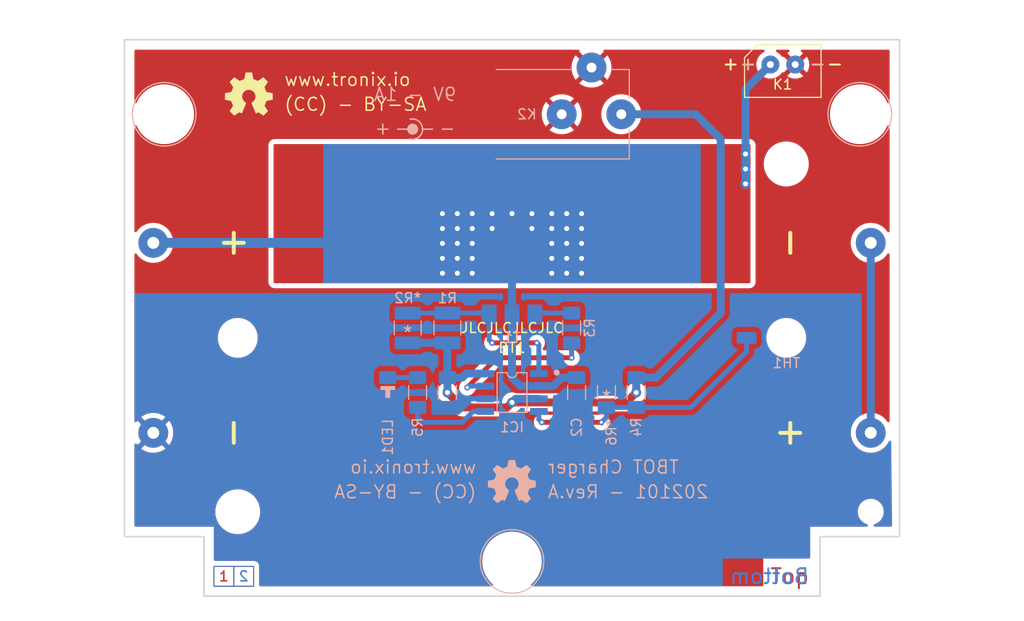
<source format=kicad_pcb>
(kicad_pcb (version 20210126) (generator pcbnew)
  (layers (0 "F.Cu" signal) (31 "B.Cu" signal) (34 "B.Paste" user) (35 "F.Paste" user) (36 "B.SilkS" user "B.Silkscreen") (37 "F.SilkS" user "F.Silkscreen") (38 "B.Mask" user) (39 "F.Mask" user) (44 "Edge.Cuts" user))
  (net 0 "")
  (net 1 "GND")
  (net 2 "Net-(IC1-Pad7)")
  (net 3 "Net-(IC1-Pad5)")
  (net 4 "Net-(*R2-Pad2)")
  (net 5 "Net-(*R6-Pad2)")
  (net 6 "Net-(LED1-Pad2)")
  (net 7 "Net-(R3-Pad2)")
  (net 8 "Net-(BT1-Pad1)")
  (net 9 "VCC")
  (net 10 "VBAT")
  (footprint "tronixALL:KEYSTONE-1049" (layer "F.Cu") (at 139 74 90)
    (fp_text reference "BT1" (at -1 0) (layer "F.SilkS"))
    (fp_text value "18650")
    (fp_line (start -9.56 29) (end -9.56 27) (layer "F.SilkS") (width 0.4))
    (fp_line (start 9.56 -27) (end 9.56 -29) (layer "F.SilkS") (width 0.4))
    (fp_line (start -10.56 -28) (end -8.56 -28) (layer "F.SilkS") (width 0.4))
    (fp_line (start 8.56 28) (end 10.56 28) (layer "F.SilkS") (width 0.4))
    (fp_line (start -10.56 28) (end -8.56 28) (layer "F.SilkS") (width 0.4))
    (fp_line (start 8.56 -28) (end 10.56 -28) (layer "F.SilkS") (width 0.4))
    (pad "" np_thru_hole circle (at 17.5 27.6 90) (size 3.5 3.5) (drill 3.5) (layers F&B.Cu *.Mask))
    (pad "" np_thru_hole circle (at 0 27.6 90) (size 3 3) (drill 3) (layers F&B.Cu *.Mask))
    (pad "" np_thru_hole circle (at 0 -27.6 90) (size 3 3) (drill 3) (layers F&B.Cu *.Mask))
    (pad "" np_thru_hole circle (at -17.5 36.1 90) (size 1.6 1.6) (drill 1.6) (layers F&B.Cu *.Mask))
    (pad "" np_thru_hole circle (at -17.5 -27.6 90) (size 3.5 3.5) (drill 3.5) (layers F&B.Cu *.Mask))
    (pad "1" thru_hole circle (at 9.56 36.1 90) (size 3 3) (drill 1.2) (layers *.Cu *.Mask) (net 8 "Net-(BT1-Pad1)"))
    (pad "2" thru_hole circle (at 9.56 -36.1 90) (size 3 3) (drill 1.2) (layers *.Cu *.Mask) (net 10 "VBAT"))
    (pad "3" thru_hole circle (at -9.56 -36.1 90) (size 3 3) (drill 1.2) (layers *.Cu *.Mask) (net 1 "GND"))
    (pad "4" thru_hole circle (at -9.56 36.1 90) (size 3 3) (drill 1.2) (layers *.Cu *.Mask) (net 8 "Net-(BT1-Pad1)"))
  )
  (footprint "tronixALL:OSHW-5MM" (layer "F.Cu") (at 112.5 49.5)
    (fp_text reference "G***" hide)
    (fp_text value "LOGO" hide)
    (fp_poly (pts (xy 0.112503 -2.205305) (xy 0.188585 -2.204991) (xy 0.245175 -2.204139) (xy 0.285349 -2.202485) (xy 0.312183 -2.19976) (xy 0.328754 -2.195697) (xy 0.338137 -2.190029) (xy 0.343407 -2.182489) (xy 0.346067 -2.176502) (xy 0.351819 -2.155872) (xy 0.361219 -2.114019) (xy 0.373445 -2.054971) (xy 0.387673 -1.982754) (xy 0.403082 -1.901397) (xy 0.410766 -1.859685) (xy 0.426304 -1.776128) (xy 0.440921 -1.700487) (xy 0.453831 -1.636607) (xy 0.464245 -1.58833) (xy 0.471376 -1.559501) (xy 0.473495 -1.553524) (xy 0.487624 -1.543829) (xy 0.520987 -1.52669) (xy 0.568967 -1.504087) (xy 0.626948 -1.477998) (xy 0.690314 -1.450405) (xy 0.754449 -1.423285) (xy 0.814737 -1.398618) (xy 0.866561 -1.378383) (xy 0.905305 -1.36456) (xy 0.926354 -1.359128) (xy 0.92691 -1.359112) (xy 0.941518 -1.366107) (xy 0.97411 -1.385773) (xy 1.021624 -1.416127) (xy 1.080997 -1.455189) (xy 1.149167 -1.500978) (xy 1.204337 -1.538617) (xy 1.276991 -1.58813) (xy 1.343025 -1.632413) (xy 1.399403 -1.669487) (xy 1.443088 -1.697374) (xy 1.471043 -1.714097) (xy 1.47988 -1.718122) (xy 1.493641 -1.709282) (xy 1.521915 -1.684807) (xy 1.561669 -1.647768) (xy 1.609873 -1.601234) (xy 1.663495 -1.548276) (xy 1.719505 -1.491962) (xy 1.774871 -1.435363) (xy 1.826562 -1.381549) (xy 1.871548 -1.33359) (xy 1.906797 -1.294555) (xy 1.929278 -1.267514) (xy 1.936093 -1.256075) (xy 1.930212 -1.239792) (xy 1.912193 -1.207543) (xy 1.881475 -1.158462) (xy 1.837495 -1.091686) (xy 1.779689 -1.00635) (xy 1.707495 -0.901591) (xy 1.671879 -0.850344) (xy 1.638824 -0.80126) (xy 1.612148 -0.758563) (xy 1.594893 -0.727324) (xy 1.589904 -0.713655) (xy 1.594754 -0.697334) (xy 1.608013 -0.662128) (xy 1.62775 -0.612617) (xy 1.652031 -0.55338) (xy 1.678922 -0.488996) (xy 1.706491 -0.424047) (xy 1.732803 -0.363111) (xy 1.755927 -0.310768) (xy 1.773928 -0.271598) (xy 1.784874 -0.25018) (xy 1.786526 -0.247868) (xy 1.800495 -0.243726) (xy 1.836105 -0.235699) (xy 1.889773 -0.224522) (xy 1.957915 -0.210929) (xy 2.036948 -0.195656) (xy 2.090365 -0.185568) (xy 2.175183 -0.169544) (xy 2.252099 -0.15474) (xy 2.317349 -0.141901) (xy 2.367173 -0.131773) (xy 2.397809 -0.125104) (xy 2.405431 -0.123066) (xy 2.411063 -0.116814) (xy 2.415426 -0.101095) (xy 2.418668 -0.073197) (xy 2.420933 -0.030409) (xy 2.422366 0.02998) (xy 2.423114 0.110684) (xy 2.423321 0.210293) (xy 2.423202 0.310587) (xy 2.422711 0.388201) (xy 2.421649 0.446096) (xy 2.419816 0.487237) (xy 2.417013 0.514584) (xy 2.41304 0.531101) (xy 2.407697 0.53975) (xy 2.400883 0.543466) (xy 2.378661 0.548625) (xy 2.338314 0.556746) (xy 2.286985 0.566415) (xy 2.263049 0.570744) (xy 2.127407 0.595376) (xy 2.016332 0.616479) (xy 1.929018 0.634225) (xy 1.864656 0.64879) (xy 1.82244 0.660347) (xy 1.801562 0.66907) (xy 1.79987 0.670496) (xy 1.791465 0.686078) (xy 1.775685 0.720992) (xy 1.754362 0.770707) (xy 1.729327 0.830694) (xy 1.702414 0.896422) (xy 1.675454 0.96336) (xy 1.650281 1.026979) (xy 1.628726 1.082748) (xy 1.612622 1.126137) (xy 1.603801 1.152615) (xy 1.602692 1.157988) (xy 1.610028 1.172767) (xy 1.63143 1.207108) (xy 1.666036 1.259722) (xy 1.712983 1.329322) (xy 1.771408 1.414621) (xy 1.840447 1.51433) (xy 1.867654 1.553391) (xy 1.897811 1.599113) (xy 1.921185 1.639288) (xy 1.934376 1.667841) (xy 1.936093 1.675677) (xy 1.927103 1.692014) (xy 1.901418 1.723855) (xy 1.860965 1.769075) (xy 1.807672 1.82555) (xy 1.743466 1.891154) (xy 1.71296 1.921664) (xy 1.643302 1.990709) (xy 1.589314 2.043494) (xy 1.548612 2.081971) (xy 1.518813 2.108091) (xy 1.497532 2.123805) (xy 1.482386 2.131066) (xy 1.470991 2.131825) (xy 1.460964 2.128033) (xy 1.460917 2.128008) (xy 1.441892 2.116253) (xy 1.405419 2.09234) (xy 1.355138 2.058707) (xy 1.294686 2.017792) (xy 1.227702 1.972033) (xy 1.210483 1.960205) (xy 1.143557 1.914694) (xy 1.083189 1.874607) (xy 1.032748 1.842104) (xy 0.995605 1.819344) (xy 0.975129 1.808488) (xy 0.972784 1.807875) (xy 0.955044 1.813477) (xy 0.920428 1.82855) (xy 0.874685 1.850498) (xy 0.843591 1.866246) (xy 0.794692 1.890329) (xy 0.754091 1.908142) (xy 0.727189 1.917434) (xy 0.719661 1.917874) (xy 0.71184 1.904564) (xy 0.695873 1.87093) (xy 0.673276 1.820398) (xy 0.645566 1.756397) (xy 0.614262 1.682354) (xy 0.595951 1.638326) (xy 0.555205 1.539832) (xy 0.509885 1.430374) (xy 0.463588 1.318629) (xy 0.419909 1.213275) (xy 0.382617 1.123407) (xy 0.352192 1.049365) (xy 0.325466 0.982847) (xy 0.303922 0.927668) (xy 0.289044 0.887646) (xy 0.282318 0.866596) (xy 0.28208 0.86489) (xy 0.291868 0.850064) (xy 0.317767 0.825757) (xy 0.354572 0.796754) (xy 0.362216 0.791216) (xy 0.47362 0.699405) (xy 0.560778 0.600114) (xy 0.624272 0.492284) (xy 0.664684 0.374854) (xy 0.682594 0.246763) (xy 0.683668 0.205149) (xy 0.672966 0.079705) (xy 0.639876 -0.035509) (xy 0.583362 -0.143051) (xy 0.502387 -0.245478) (xy 0.500128 -0.247901) (xy 0.404266 -0.332655) (xy 0.297367 -0.395917) (xy 0.182586 -0.437559) (xy 0.063074 -0.45745) (xy -0.058015 -0.455461) (xy -0.177529 -0.431461) (xy -0.292317 -0.38532) (xy -0.399224 -0.316909) (xy -0.435557 -0.286461) (xy -0.524789 -0.19034) (xy -0.590858 -0.083248) (xy -0.63358 0.034398) (xy -0.65277 0.162186) (xy -0.653912 0.203806) (xy -0.64477 0.331905) (xy -0.616397 0.446756) (xy -0.567372 0.551025) (xy -0.496276 0.647379) (xy -0.401689 0.738486) (xy -0.345898 0.782346) (xy -0.305473 0.814275) (xy -0.274554 0.84243) (xy -0.257973 0.862253) (xy -0.256436 0.866724) (xy -0.261189 0.882472) (xy -0.274692 0.919019) (xy -0.295811 0.973504) (xy -0.323413 1.043065) (xy -0.356365 1.124837) (xy -0.393532 1.21596) (xy -0.424781 1.291835) (xy -0.466473 1.392714) (xy -0.506757 1.490316) (xy -0.54414 1.581016) (xy -0.57713 1.661187) (xy -0.604234 1.727202) (xy -0.623959 1.775436) (xy -0.631922 1.795053) (xy -0.656173 1.85428) (xy -0.675445 1.89208) (xy -0.695005 1.910535) (xy -0.720119 1.911726) (xy -0.756055 1.897735) (xy -0.80808 1.870643) (xy -0.814523 1.867212) (xy -0.863833 1.841835) (xy -0.905672 1.821875) (xy -0.934272 1.810004) (xy -0.942679 1.807875) (xy -0.957624 1.814831) (xy -0.990452 1.834339) (xy -1.037961 1.864353) (xy -1.096948 1.902829) (xy -1.164211 1.947723) (xy -1.20379 1.974558) (xy -1.273782 2.022017) (xy -1.336742 2.064219) (xy -1.389581 2.099132) (xy -1.429212 2.124728) (xy -1.452547 2.138976) (xy -1.457362 2.141242) (xy -1.468597 2.132572) (xy -1.495354 2.108206) (xy -1.53505 2.070611) (xy -1.585104 2.022252) (xy -1.642932 1.965596) (xy -1.688443 1.920545) (xy -1.754363 1.854061) (xy -1.811428 1.794627) (xy -1.857492 1.744605) (xy -1.890411 1.706358) (xy -1.908038 1.682247) (xy -1.910449 1.676115) (xy -1.903342 1.656709) (xy -1.88402 1.621725) (xy -1.855484 1.576225) (xy -1.822794 1.528185) (xy -1.761853 1.44109) (xy -1.706889 1.361082) (xy -1.659529 1.29063) (xy -1.621397 1.232204) (xy -1.594118 1.188276) (xy -1.579316 1.161316) (xy -1.577082 1.154608) (xy -1.581837 1.136716) (xy -1.594857 1.099854) (xy -1.614275 1.048609) (xy -1.638222 0.987568) (xy -1.664831 0.921316) (xy -1.692235 0.854442) (xy -1.718566 0.791531) (xy -1.741957 0.737171) (xy -1.76054 0.695948) (xy -1.772447 0.672449) (xy -1.774702 0.66925) (xy -1.791569 0.66222) (xy -1.829891 0.651729) (xy -1.885847 0.638647) (xy -1.955617 0.623842) (xy -2.035381 0.608183) (xy -2.07828 0.60022) (xy -2.161621 0.584627) (xy -2.236906 0.569745) (xy -2.300315 0.556391) (xy -2.348033 0.545387) (xy -2.37624 0.537551) (xy -2.381867 0.535051) (xy -2.387099 0.524908) (xy -2.390991 0.502231) (xy -2.393638 0.46456) (xy -2.395134 0.409435) (xy -2.395573 0.334397) (xy -2.39505 0.236985) (xy -2.394689 0.200194) (xy -2.391267 -0.121807) (xy -2.282282 -0.143659) (xy -2.229898 -0.153965) (xy -2.160108 -0.167419) (xy -2.080727 -0.182526) (xy -1.999569 -0.197795) (xy -1.970053 -0.203298) (xy -1.900658 -0.216734) (xy -1.840162 -0.229455) (xy -1.793065 -0.240437) (xy -1.763866 -0.248652) (xy -1.756665 -0.251967) (xy -1.746988 -0.268752) (xy -1.729936 -0.304533) (xy -1.707477 -0.354612) (xy -1.681582 -0.414291) (xy -1.654218 -0.478872) (xy -1.627353 -0.543658) (xy -1.602957 -0.60395) (xy -1.582998 -0.65505) (xy -1.569445 -0.692261) (xy -1.564266 -0.710885) (xy -1.564261 -0.711124) (xy -1.571273 -0.727773) (xy -1.590937 -0.762151) (xy -1.621195 -0.810982) (xy -1.659988 -0.870991) (xy -1.705259 -0.938901) (xy -1.732615 -0.979077) (xy -1.780965 -1.050145) (xy -1.82446 -1.115201) (xy -1.860949 -1.170937) (xy -1.888284 -1.214046) (xy -1.904314 -1.24122) (xy -1.907531 -1.248169) (xy -1.904717 -1.261112) (xy -1.890381 -1.283286) (xy -1.863069 -1.316351) (xy -1.821325 -1.361969) (xy -1.763692 -1.421801) (xy -1.691232 -1.494988) (xy -1.628982 -1.55669) (xy -1.572135 -1.611849) (xy -1.523344 -1.657988) (xy -1.485263 -1.692627) (xy -1.460542 -1.713289) (xy -1.452414 -1.718122) (xy -1.437782 -1.711105) (xy -1.405251 -1.6914) (xy -1.357928 -1.661025) (xy -1.298923 -1.621998) (xy -1.231343 -1.576338) (xy -1.183018 -1.543181) (xy -1.111112 -1.493886) (xy -1.04544 -1.44951) (xy -0.989183 -1.41215) (xy -0.945519 -1.383901) (xy -0.917627 -1.36686) (xy -0.90944 -1.362781) (xy -0.891885 -1.365776) (xy -0.855505 -1.377082) (xy -0.805012 -1.394838) (xy -0.745121 -1.417183) (xy -0.680546 -1.442257) (xy -0.616001 -1.468199) (xy -0.5562 -1.493147) (xy -0.505857 -1.515243) (xy -0.469686 -1.532623) (xy -0.45278 -1.543038) (xy -0.446293 -1.559308) (xy -0.436108 -1.597206) (xy -0.423041 -1.653118) (xy -0.407909 -1.723429) (xy -0.391528 -1.804525) (xy -0.378917 -1.870225) (xy -0.362481 -1.956759) (xy -0.347254 -2.035011) (xy -0.333961 -2.101421) (xy -0.323321 -2.152432) (xy -0.316058 -2.184486) (xy -0.31324 -2.193976) (xy -0.299005 -2.197095) (xy -0.262664 -2.199887) (xy -0.207755 -2.20223) (xy -0.137813 -2.204) (xy -0.056376 -2.205075) (xy 0.013853 -2.205351)) (layer "F.SilkS") (width 0) (fill solid))
  )
  (footprint "tronixALL:MOLEX-5267-02" (layer "F.Cu") (at 167.5 46.5)
    (fp_text reference "K1" (at -1.27 2) (layer "F.SilkS"))
    (fp_text value "Battery")
    (fp_line (start 2.6 -2) (end -3.8 -2) (layer "F.SilkS") (width 0.12))
    (fp_line (start 2.6 3.3) (end 2.6 -2) (layer "F.SilkS") (width 0.12))
    (fp_line (start -5.1 -0.7) (end -5.1 3.3) (layer "F.SilkS") (width 0.12))
    (fp_line (start -5.1 3.3) (end 2.6 3.3) (layer "F.SilkS") (width 0.12))
    (fp_line (start -3.8 -2) (end -5.1 -0.7) (layer "F.SilkS") (width 0.12))
    (pad "1" thru_hole circle (at 0 0) (size 1.8 1.8) (drill 0.7) (layers *.Cu *.Mask) (net 1 "GND"))
    (pad "2" thru_hole circle (at -2.5 0) (size 1.8 1.8) (drill 0.7) (layers *.Cu *.Mask) (net 10 "VBAT"))
  )
  (footprint "tronixALL:M3-MASK" (layer "B.Cu") (at 174 51.5 180)
    (fp_text reference "H3" hide)
    (fp_text value "MOUNTING-HOLE-MASK-3MM" hide)
    (fp_circle (center 0 0) (end 3.2 0) (layer "B.SilkS") (width 0.12) (fill none))
    (pad "" np_thru_hole circle (at 0 0 180) (size 3 3) (drill 3) (layers F&B.Cu *.Mask) (clearance 1.5))
  )
  (footprint "tronixALL:RESISTOR_1210" (layer "B.Cu") (at 132.5 73 90)
    (fp_text reference "R1" (at 3 0) (layer "B.SilkS") (effects (justify mirror)))
    (fp_text value "0R1")
    (fp_line (start -0.7 1.35) (end 0.7 1.35) (layer "B.SilkS") (width 0.12))
    (fp_line (start -0.7 -1.35) (end 0.7 -1.35) (layer "B.SilkS") (width 0.12))
    (pad "1" smd roundrect (at -1.5 0 90) (size 1.3 2.65) (layers "B.Cu" "B.Paste" "B.Mask") (roundrect_rratio 0.154) (net 9 "VCC"))
    (pad "2" smd roundrect (at 1.5 0 90) (size 1.3 2.65) (layers "B.Cu" "B.Paste" "B.Mask") (roundrect_rratio 0.154) (net 4 "Net-(*R2-Pad2)"))
  )
  (footprint "tronixALL:RESISTOR_1206" (layer "B.Cu") (at 148.5 79.5 -90)
    (fp_text reference "*R6" (at 4 -0.5 90) (layer "B.SilkS") (effects (justify mirror)))
    (fp_text value "36K")
    (fp_line (start -0.7 0.9) (end 0.7 0.9) (layer "B.SilkS") (width 0.12))
    (fp_line (start -0.7 -0.9) (end 0.7 -0.9) (layer "B.SilkS") (width 0.12))
    (pad "1" smd roundrect (at -1.5 0 270) (size 1.3 1.75) (layers "B.Cu" "B.Paste" "B.Mask") (roundrect_rratio 0.154) (net 1 "GND"))
    (pad "2" smd roundrect (at 1.5 0 270) (size 1.3 1.75) (layers "B.Cu" "B.Paste" "B.Mask") (roundrect_rratio 0.154) (net 5 "Net-(*R6-Pad2)"))
  )
  (footprint "tronixALL:LED_1206" (layer "B.Cu") (at 126.5 79.5 90)
    (fp_text reference "LED1" (at -4.5 0 270) (layer "B.SilkS") (effects (justify mirror)))
    (fp_text value "Charge")
    (fp_poly (pts (xy 0.6 -0.7) (xy 0.3 -0.7) (xy 0.3 -0.2) (xy -0.5 -0.2) (xy -0.5 0.2) (xy 0.3 0.2) (xy 0.3 0.7) (xy 0.6 0.7)) (layer "B.SilkS") (width 0.1) (fill solid))
    (pad "1" smd roundrect (at -1.5 0 90) (size 1.3 1.75) (layers "B.Cu" "B.Paste" "B.Mask") (roundrect_rratio 0.154) (net 1 "GND"))
    (pad "2" smd roundrect (at 1.5 0 90) (size 1.3 1.75) (layers "B.Cu" "B.Paste" "B.Mask") (roundrect_rratio 0.154) (net 6 "Net-(LED1-Pad2)"))
  )
  (footprint "tronixALL:M3-MASK" (layer "B.Cu") (at 104 51.5 90)
    (fp_text reference "H1" hide)
    (fp_text value "MOUNTING-HOLE-MASK-3MM" hide)
    (fp_circle (center 0 0) (end 3.2 0) (layer "B.SilkS") (width 0.12) (fill none))
    (pad "" np_thru_hole circle (at 0 0 90) (size 3 3) (drill 3) (layers F&B.Cu *.Mask) (clearance 1.5))
  )
  (footprint "tronixALL:RESISTOR_1206" (layer "B.Cu") (at 145 73 90)
    (fp_text reference "R3" (at 0 1.82 270) (layer "B.SilkS") (effects (justify mirror)))
    (fp_text value "1K")
    (fp_line (start -0.7 0.9) (end 0.7 0.9) (layer "B.SilkS") (width 0.12))
    (fp_line (start -0.7 -0.9) (end 0.7 -0.9) (layer "B.SilkS") (width 0.12))
    (pad "1" smd roundrect (at -1.5 0 90) (size 1.3 1.75) (layers "B.Cu" "B.Paste" "B.Mask") (roundrect_rratio 0.154) (net 2 "Net-(IC1-Pad7)"))
    (pad "2" smd roundrect (at 1.5 0 90) (size 1.3 1.75) (layers "B.Cu" "B.Paste" "B.Mask") (roundrect_rratio 0.154) (net 7 "Net-(R3-Pad2)"))
  )
  (footprint "tronixALL:CAPACITOR_1206" (layer "B.Cu") (at 132.5 79.5 -90)
    (fp_text reference "C1" hide)
    (fp_text value "100n")
    (fp_line (start -0.7 -0.9) (end 0.7 -0.9) (layer "B.SilkS") (width 0.12))
    (fp_line (start -0.7 0.9) (end 0.7 0.9) (layer "B.SilkS") (width 0.12))
    (pad "1" smd roundrect (at -1.5 0 270) (size 1.3 1.75) (layers "B.Cu" "B.Paste" "B.Mask") (roundrect_rratio 0.154) (net 9 "VCC"))
    (pad "2" smd roundrect (at 1.5 0 270) (size 1.3 1.75) (layers "B.Cu" "B.Paste" "B.Mask") (roundrect_rratio 0.154) (net 1 "GND"))
  )
  (footprint "tronixALL:RESISTOR_1206" (layer "B.Cu") (at 151.5 79.5 90)
    (fp_text reference "R4" (at -3.5 0 270) (layer "B.SilkS") (effects (justify mirror)))
    (fp_text value "10K")
    (fp_line (start -0.7 -0.9) (end 0.7 -0.9) (layer "B.SilkS") (width 0.12))
    (fp_line (start -0.7 0.9) (end 0.7 0.9) (layer "B.SilkS") (width 0.12))
    (pad "1" smd roundrect (at -1.5 0 90) (size 1.3 1.75) (layers "B.Cu" "B.Paste" "B.Mask") (roundrect_rratio 0.154) (net 5 "Net-(*R6-Pad2)"))
    (pad "2" smd roundrect (at 1.5 0 90) (size 1.3 1.75) (layers "B.Cu" "B.Paste" "B.Mask") (roundrect_rratio 0.154) (net 9 "VCC"))
  )
  (footprint "tronixALL:CUI-PJ-102AH" (layer "B.Cu") (at 150 51.5 90)
    (fp_text reference "K2" (at 0 -9.5) (layer "B.SilkS") (effects (justify mirror)))
    (fp_text value "Charge")
    (fp_line (start -4.5 -12.6) (end -4.5 0.8) (layer "B.SilkS") (width 0.12))
    (fp_line (start 4.5 -1) (end 4.5 0.8) (layer "B.SilkS") (width 0.12))
    (fp_line (start -4.5 0.8) (end -1.6 0.8) (layer "B.SilkS") (width 0.12))
    (fp_line (start 1.6 0.8) (end 4.5 0.8) (layer "B.SilkS") (width 0.12))
    (fp_line (start 4.5 -12.6) (end 4.5 -5) (layer "B.SilkS") (width 0.12))
    (pad "1" thru_hole circle (at 0 0 90) (size 3 3) (drill 1) (layers *.Cu *.Mask) (net 9 "VCC"))
    (pad "2" thru_hole circle (at 0 -6 90) (size 3 3) (drill 1) (layers *.Cu *.Mask) (net 1 "GND"))
    (pad "3" thru_hole circle (at 4.7 -3 90) (size 3 3) (drill 1) (layers *.Cu *.Mask) (net 1 "GND"))
  )
  (footprint "tronixALL:M3-MASK" (layer "B.Cu") (at 139 96.5 90)
    (fp_text reference "H2" hide)
    (fp_text value "MOUNTING-HOLE-MASK-3MM" hide)
    (fp_circle (center 0 0) (end 3.2 0) (layer "B.SilkS") (width 0.12) (fill none))
    (pad "" np_thru_hole circle (at 0 0 90) (size 3 3) (drill 3) (layers F&B.Cu *.Mask) (clearance 1.5))
  )
  (footprint "tronixALL:CAPACITOR_1206" (layer "B.Cu") (at 145.5 79.5 -90)
    (fp_text reference "C2" (at 3.5 0 90) (layer "B.SilkS") (effects (justify mirror)))
    (fp_text value "1µ")
    (fp_line (start -0.7 -0.9) (end 0.7 -0.9) (layer "B.SilkS") (width 0.12))
    (fp_line (start -0.7 0.9) (end 0.7 0.9) (layer "B.SilkS") (width 0.12))
    (pad "1" smd roundrect (at -1.5 0 270) (size 1.3 1.75) (layers "B.Cu" "B.Paste" "B.Mask") (roundrect_rratio 0.154) (net 10 "VBAT"))
    (pad "2" smd roundrect (at 1.5 0 270) (size 1.3 1.75) (layers "B.Cu" "B.Paste" "B.Mask") (roundrect_rratio 0.154) (net 1 "GND"))
  )
  (footprint "tronixALL:SOT-223-3" (layer "B.Cu") (at 139 68.5 90)
    (fp_text reference "T1" (at -5.5 0) (layer "B.SilkS") (effects (justify mirror)))
    (fp_text value "STN790A")
    (pad "1" smd roundrect (at -3.15 2.3 90) (size 2 1.5) (layers "B.Cu" "B.Paste" "B.Mask") (roundrect_rratio 0.067) (net 7 "Net-(R3-Pad2)"))
    (pad "2" smd rect (at 3.15 0 90) (size 2 3.8) (layers "B.Cu" "B.Paste" "B.Mask") (net 10 "VBAT"))
    (pad "2" smd rect (at -3.15 0 90) (size 2 1.5) (layers "B.Cu" "B.Paste" "B.Mask") (net 10 "VBAT"))
    (pad "3" smd roundrect (at -3.15 -2.3 90) (size 2 1.5) (layers "B.Cu" "B.Paste" "B.Mask") (roundrect_rratio 0.067) (net 4 "Net-(*R2-Pad2)"))
  )
  (footprint "tronixALL:RESISTOR_1206" (layer "B.Cu") (at 129.5 79.5 -90)
    (fp_text reference "R5" (at 3.5 0 90) (layer "B.SilkS") (effects (justify mirror)))
    (fp_text value "5K6")
    (fp_line (start -0.7 0.9) (end 0.7 0.9) (layer "B.SilkS") (width 0.12))
    (fp_line (start -0.7 -0.9) (end 0.7 -0.9) (layer "B.SilkS") (width 0.12))
    (pad "1" smd roundrect (at -1.5 0 270) (size 1.3 1.75) (layers "B.Cu" "B.Paste" "B.Mask") (roundrect_rratio 0.154) (net 6 "Net-(LED1-Pad2)"))
    (pad "2" smd roundrect (at 1.5 0 270) (size 1.3 1.75) (layers "B.Cu" "B.Paste" "B.Mask") (roundrect_rratio 0.154) (net 3 "Net-(IC1-Pad5)"))
  )
  (footprint "tronixALL:THERMISTOR" (layer "B.Cu") (at 166.61 74)
    (fp_text reference "TH1" (at 0 2.54) (layer "B.SilkS") (effects (justify mirror)))
    (fp_text value "10K")
    (pad "1" smd roundrect (at -4 0 270) (size 1.2 2) (layers "B.Cu" "B.Paste" "B.Mask") (roundrect_rratio 0.167) (net 5 "Net-(*R6-Pad2)"))
    (pad "2" smd roundrect (at 4 0 270) (size 1.2 2) (layers "B.Cu" "B.Paste" "B.Mask") (roundrect_rratio 0.167) (net 1 "GND"))
  )
  (footprint "tronixALL:RESISTOR_1210" (layer "B.Cu") (at 128.5 73 90)
    (fp_text reference "*R2" (at 3 0) (layer "B.SilkS") (effects (justify mirror)))
    (fp_text value "0R1")
    (fp_line (start -0.7 1.35) (end 0.7 1.35) (layer "B.SilkS") (width 0.12))
    (fp_line (start -0.7 -1.35) (end 0.7 -1.35) (layer "B.SilkS") (width 0.12))
    (pad "1" smd roundrect (at -1.5 0 90) (size 1.3 2.65) (layers "B.Cu" "B.Paste" "B.Mask") (roundrect_rratio 0.154) (net 9 "VCC"))
    (pad "2" smd roundrect (at 1.5 0 90) (size 1.3 2.65) (layers "B.Cu" "B.Paste" "B.Mask") (roundrect_rratio 0.154) (net 4 "Net-(*R2-Pad2)"))
  )
  (footprint "tronixALL:SOIC-8" (layer "B.Cu") (at 139 79.5 180)
    (fp_text reference "IC1" (at 0 -3.5) (layer "B.SilkS") (effects (justify mirror)))
    (fp_text value "BQ2057W")
    (fp_line (start -0.5 2) (end -1.5 2) (layer "B.SilkS") (width 0.12))
    (fp_line (start 1.5 -2) (end -1.5 -2) (layer "B.SilkS") (width 0.12))
    (fp_line (start 1.5 2) (end 0.5 2) (layer "B.SilkS") (width 0.12))
    (fp_line (start -1.5 2) (end -1.5 -2) (layer "B.SilkS") (width 0.12))
    (fp_line (start 1.5 -2) (end 1.5 2) (layer "B.SilkS") (width 0.12))
    (fp_arc (start 0 2) (end 0.5 2) (angle -180) (layer "B.SilkS") (width 0.12))
    (pad "1" smd roundrect (at -2.7 1.905 180) (size 1.8 0.7) (layers "B.Cu" "B.Paste" "B.Mask") (roundrect_rratio 0.143) (net 4 "Net-(*R2-Pad2)"))
    (pad "2" smd roundrect (at -2.7 0.635 180) (size 1.8 0.7) (layers "B.Cu" "B.Paste" "B.Mask") (roundrect_rratio 0.143) (net 10 "VBAT"))
    (pad "3" smd roundrect (at -2.7 -0.635 180) (size 1.8 0.7) (layers "B.Cu" "B.Paste" "B.Mask") (roundrect_rratio 0.143) (net 9 "VCC"))
    (pad "4" smd roundrect (at -2.7 -1.905 180) (size 1.8 0.7) (layers "B.Cu" "B.Paste" "B.Mask") (roundrect_rratio 0.143) (net 5 "Net-(*R6-Pad2)"))
    (pad "5" smd roundrect (at 2.7 -1.905 180) (size 1.8 0.7) (layers "B.Cu" "B.Paste" "B.Mask") (roundrect_rratio 0.143) (net 3 "Net-(IC1-Pad5)"))
    (pad "6" smd roundrect (at 2.7 -0.635 180) (size 1.8 0.7) (layers "B.Cu" "B.Paste" "B.Mask") (roundrect_rratio 0.143) (net 1 "GND"))
    (pad "7" smd roundrect (at 2.7 0.635 180) (size 1.8 0.7) (layers "B.Cu" "B.Paste" "B.Mask") (roundrect_rratio 0.143) (net 2 "Net-(IC1-Pad7)"))
    (pad "8" smd roundrect (at 2.7 1.905 180) (size 1.8 0.7) (layers "B.Cu" "B.Paste" "B.Mask") (roundrect_rratio 0.143) (net 9 "VCC"))
  )
  (footprint "tronixALL:OSHW-5MM" (layer "B.Cu") (at 139 88.5 180)
    (fp_text reference "G***" hide)
    (fp_text value "LOGO" hide)
    (fp_poly (pts (xy 0.112503 2.205305) (xy 0.188585 2.204991) (xy 0.245175 2.204139) (xy 0.285349 2.202485) (xy 0.312183 2.19976) (xy 0.328754 2.195697) (xy 0.338137 2.190029) (xy 0.343407 2.182489) (xy 0.346067 2.176502) (xy 0.351819 2.155872) (xy 0.361219 2.114019) (xy 0.373445 2.054971) (xy 0.387673 1.982754) (xy 0.403082 1.901397) (xy 0.410766 1.859685) (xy 0.426304 1.776128) (xy 0.440921 1.700487) (xy 0.453831 1.636607) (xy 0.464245 1.58833) (xy 0.471376 1.559501) (xy 0.473495 1.553524) (xy 0.487624 1.543829) (xy 0.520987 1.52669) (xy 0.568967 1.504087) (xy 0.626948 1.477998) (xy 0.690314 1.450405) (xy 0.754449 1.423285) (xy 0.814737 1.398618) (xy 0.866561 1.378383) (xy 0.905305 1.36456) (xy 0.926354 1.359128) (xy 0.92691 1.359112) (xy 0.941518 1.366107) (xy 0.97411 1.385773) (xy 1.021624 1.416127) (xy 1.080997 1.455189) (xy 1.149167 1.500978) (xy 1.204337 1.538617) (xy 1.276991 1.58813) (xy 1.343025 1.632413) (xy 1.399403 1.669487) (xy 1.443088 1.697374) (xy 1.471043 1.714097) (xy 1.47988 1.718122) (xy 1.493641 1.709282) (xy 1.521915 1.684807) (xy 1.561669 1.647768) (xy 1.609873 1.601234) (xy 1.663495 1.548276) (xy 1.719505 1.491962) (xy 1.774871 1.435363) (xy 1.826562 1.381549) (xy 1.871548 1.33359) (xy 1.906797 1.294555) (xy 1.929278 1.267514) (xy 1.936093 1.256075) (xy 1.930212 1.239792) (xy 1.912193 1.207543) (xy 1.881475 1.158462) (xy 1.837495 1.091686) (xy 1.779689 1.00635) (xy 1.707495 0.901591) (xy 1.671879 0.850344) (xy 1.638824 0.80126) (xy 1.612148 0.758563) (xy 1.594893 0.727324) (xy 1.589904 0.713655) (xy 1.594754 0.697334) (xy 1.608013 0.662128) (xy 1.62775 0.612617) (xy 1.652031 0.55338) (xy 1.678922 0.488996) (xy 1.706491 0.424047) (xy 1.732803 0.363111) (xy 1.755927 0.310768) (xy 1.773928 0.271598) (xy 1.784874 0.25018) (xy 1.786526 0.247868) (xy 1.800495 0.243726) (xy 1.836105 0.235699) (xy 1.889773 0.224522) (xy 1.957915 0.210929) (xy 2.036948 0.195656) (xy 2.090365 0.185568) (xy 2.175183 0.169544) (xy 2.252099 0.15474) (xy 2.317349 0.141901) (xy 2.367173 0.131773) (xy 2.397809 0.125104) (xy 2.405431 0.123066) (xy 2.411063 0.116814) (xy 2.415426 0.101095) (xy 2.418668 0.073197) (xy 2.420933 0.030409) (xy 2.422366 -0.02998) (xy 2.423114 -0.110684) (xy 2.423321 -0.210293) (xy 2.423202 -0.310587) (xy 2.422711 -0.388201) (xy 2.421649 -0.446096) (xy 2.419816 -0.487237) (xy 2.417013 -0.514584) (xy 2.41304 -0.531101) (xy 2.407697 -0.53975) (xy 2.400883 -0.543466) (xy 2.378661 -0.548625) (xy 2.338314 -0.556746) (xy 2.286985 -0.566415) (xy 2.263049 -0.570744) (xy 2.127407 -0.595376) (xy 2.016332 -0.616479) (xy 1.929018 -0.634225) (xy 1.864656 -0.64879) (xy 1.82244 -0.660347) (xy 1.801562 -0.66907) (xy 1.79987 -0.670496) (xy 1.791465 -0.686078) (xy 1.775685 -0.720992) (xy 1.754362 -0.770707) (xy 1.729327 -0.830694) (xy 1.702414 -0.896422) (xy 1.675454 -0.96336) (xy 1.650281 -1.026979) (xy 1.628726 -1.082748) (xy 1.612622 -1.126137) (xy 1.603801 -1.152615) (xy 1.602692 -1.157988) (xy 1.610028 -1.172767) (xy 1.63143 -1.207108) (xy 1.666036 -1.259722) (xy 1.712983 -1.329322) (xy 1.771408 -1.414621) (xy 1.840447 -1.51433) (xy 1.867654 -1.553391) (xy 1.897811 -1.599113) (xy 1.921185 -1.639288) (xy 1.934376 -1.667841) (xy 1.936093 -1.675677) (xy 1.927103 -1.692014) (xy 1.901418 -1.723855) (xy 1.860965 -1.769075) (xy 1.807672 -1.82555) (xy 1.743466 -1.891154) (xy 1.71296 -1.921664) (xy 1.643302 -1.990709) (xy 1.589314 -2.043494) (xy 1.548612 -2.081971) (xy 1.518813 -2.108091) (xy 1.497532 -2.123805) (xy 1.482386 -2.131066) (xy 1.470991 -2.131825) (xy 1.460964 -2.128033) (xy 1.460917 -2.128008) (xy 1.441892 -2.116253) (xy 1.405419 -2.09234) (xy 1.355138 -2.058707) (xy 1.294686 -2.017792) (xy 1.227702 -1.972033) (xy 1.210483 -1.960205) (xy 1.143557 -1.914694) (xy 1.083189 -1.874607) (xy 1.032748 -1.842104) (xy 0.995605 -1.819344) (xy 0.975129 -1.808488) (xy 0.972784 -1.807875) (xy 0.955044 -1.813477) (xy 0.920428 -1.82855) (xy 0.874685 -1.850498) (xy 0.843591 -1.866246) (xy 0.794692 -1.890329) (xy 0.754091 -1.908142) (xy 0.727189 -1.917434) (xy 0.719661 -1.917874) (xy 0.71184 -1.904564) (xy 0.695873 -1.87093) (xy 0.673276 -1.820398) (xy 0.645566 -1.756397) (xy 0.614262 -1.682354) (xy 0.595951 -1.638326) (xy 0.555205 -1.539832) (xy 0.509885 -1.430374) (xy 0.463588 -1.318629) (xy 0.419909 -1.213275) (xy 0.382617 -1.123407) (xy 0.352192 -1.049365) (xy 0.325466 -0.982847) (xy 0.303922 -0.927668) (xy 0.289044 -0.887646) (xy 0.282318 -0.866596) (xy 0.28208 -0.86489) (xy 0.291868 -0.850064) (xy 0.317767 -0.825757) (xy 0.354572 -0.796754) (xy 0.362216 -0.791216) (xy 0.47362 -0.699405) (xy 0.560778 -0.600114) (xy 0.624272 -0.492284) (xy 0.664684 -0.374854) (xy 0.682594 -0.246763) (xy 0.683668 -0.205149) (xy 0.672966 -0.079705) (xy 0.639876 0.035509) (xy 0.583362 0.143051) (xy 0.502387 0.245478) (xy 0.500128 0.247901) (xy 0.404266 0.332655) (xy 0.297367 0.395917) (xy 0.182586 0.437559) (xy 0.063074 0.45745) (xy -0.058015 0.455461) (xy -0.177529 0.431461) (xy -0.292317 0.38532) (xy -0.399224 0.316909) (xy -0.435557 0.286461) (xy -0.524789 0.19034) (xy -0.590858 0.083248) (xy -0.63358 -0.034398) (xy -0.65277 -0.162186) (xy -0.653912 -0.203806) (xy -0.64477 -0.331905) (xy -0.616397 -0.446756) (xy -0.567372 -0.551025) (xy -0.496276 -0.647379) (xy -0.401689 -0.738486) (xy -0.345898 -0.782346) (xy -0.305473 -0.814275) (xy -0.274554 -0.84243) (xy -0.257973 -0.862253) (xy -0.256436 -0.866724) (xy -0.261189 -0.882472) (xy -0.274692 -0.919019) (xy -0.295811 -0.973504) (xy -0.323413 -1.043065) (xy -0.356365 -1.124837) (xy -0.393532 -1.21596) (xy -0.424781 -1.291835) (xy -0.466473 -1.392714) (xy -0.506757 -1.490316) (xy -0.54414 -1.581016) (xy -0.57713 -1.661187) (xy -0.604234 -1.727202) (xy -0.623959 -1.775436) (xy -0.631922 -1.795053) (xy -0.656173 -1.85428) (xy -0.675445 -1.89208) (xy -0.695005 -1.910535) (xy -0.720119 -1.911726) (xy -0.756055 -1.897735) (xy -0.80808 -1.870643) (xy -0.814523 -1.867212) (xy -0.863833 -1.841835) (xy -0.905672 -1.821875) (xy -0.934272 -1.810004) (xy -0.942679 -1.807875) (xy -0.957624 -1.814831) (xy -0.990452 -1.834339) (xy -1.037961 -1.864353) (xy -1.096948 -1.902829) (xy -1.164211 -1.947723) (xy -1.20379 -1.974558) (xy -1.273782 -2.022017) (xy -1.336742 -2.064219) (xy -1.389581 -2.099132) (xy -1.429212 -2.124728) (xy -1.452547 -2.138976) (xy -1.457362 -2.141242) (xy -1.468597 -2.132572) (xy -1.495354 -2.108206) (xy -1.53505 -2.070611) (xy -1.585104 -2.022252) (xy -1.642932 -1.965596) (xy -1.688443 -1.920545) (xy -1.754363 -1.854061) (xy -1.811428 -1.794627) (xy -1.857492 -1.744605) (xy -1.890411 -1.706358) (xy -1.908038 -1.682247) (xy -1.910449 -1.676115) (xy -1.903342 -1.656709) (xy -1.88402 -1.621725) (xy -1.855484 -1.576225) (xy -1.822794 -1.528185) (xy -1.761853 -1.44109) (xy -1.706889 -1.361082) (xy -1.659529 -1.29063) (xy -1.621397 -1.232204) (xy -1.594118 -1.188276) (xy -1.579316 -1.161316) (xy -1.577082 -1.154608) (xy -1.581837 -1.136716) (xy -1.594857 -1.099854) (xy -1.614275 -1.048609) (xy -1.638222 -0.987568) (xy -1.664831 -0.921316) (xy -1.692235 -0.854442) (xy -1.718566 -0.791531) (xy -1.741957 -0.737171) (xy -1.76054 -0.695948) (xy -1.772447 -0.672449) (xy -1.774702 -0.66925) (xy -1.791569 -0.66222) (xy -1.829891 -0.651729) (xy -1.885847 -0.638647) (xy -1.955617 -0.623842) (xy -2.035381 -0.608183) (xy -2.07828 -0.60022) (xy -2.161621 -0.584627) (xy -2.236906 -0.569745) (xy -2.300315 -0.556391) (xy -2.348033 -0.545387) (xy -2.37624 -0.537551) (xy -2.381867 -0.535051) (xy -2.387099 -0.524908) (xy -2.390991 -0.502231) (xy -2.393638 -0.46456) (xy -2.395134 -0.409435) (xy -2.395573 -0.334397) (xy -2.39505 -0.236985) (xy -2.394689 -0.200194) (xy -2.391267 0.121807) (xy -2.282282 0.143659) (xy -2.229898 0.153965) (xy -2.160108 0.167419) (xy -2.080727 0.182526) (xy -1.999569 0.197795) (xy -1.970053 0.203298) (xy -1.900658 0.216734) (xy -1.840162 0.229455) (xy -1.793065 0.240437) (xy -1.763866 0.248652) (xy -1.756665 0.251967) (xy -1.746988 0.268752) (xy -1.729936 0.304533) (xy -1.707477 0.354612) (xy -1.681582 0.414291) (xy -1.654218 0.478872) (xy -1.627353 0.543658) (xy -1.602957 0.60395) (xy -1.582998 0.65505) (xy -1.569445 0.692261) (xy -1.564266 0.710885) (xy -1.564261 0.711124) (xy -1.571273 0.727773) (xy -1.590937 0.762151) (xy -1.621195 0.810982) (xy -1.659988 0.870991) (xy -1.705259 0.938901) (xy -1.732615 0.979077) (xy -1.780965 1.050145) (xy -1.82446 1.115201) (xy -1.860949 1.170937) (xy -1.888284 1.214046) (xy -1.904314 1.24122) (xy -1.907531 1.248169) (xy -1.904717 1.261112) (xy -1.890381 1.283286) (xy -1.863069 1.316351) (xy -1.821325 1.361969) (xy -1.763692 1.421801) (xy -1.691232 1.494988) (xy -1.628982 1.55669) (xy -1.572135 1.611849) (xy -1.523344 1.657988) (xy -1.485263 1.692627) (xy -1.460542 1.713289) (xy -1.452414 1.718122) (xy -1.437782 1.711105) (xy -1.405251 1.6914) (xy -1.357928 1.661025) (xy -1.298923 1.621998) (xy -1.231343 1.576338) (xy -1.183018 1.543181) (xy -1.111112 1.493886) (xy -1.04544 1.44951) (xy -0.989183 1.41215) (xy -0.945519 1.383901) (xy -0.917627 1.36686) (xy -0.90944 1.362781) (xy -0.891885 1.365776) (xy -0.855505 1.377082) (xy -0.805012 1.394838) (xy -0.745121 1.417183) (xy -0.680546 1.442257) (xy -0.616001 1.468199) (xy -0.5562 1.493147) (xy -0.505857 1.515243) (xy -0.469686 1.532623) (xy -0.45278 1.543038) (xy -0.446293 1.559308) (xy -0.436108 1.597206) (xy -0.423041 1.653118) (xy -0.407909 1.723429) (xy -0.391528 1.804525) (xy -0.378917 1.870225) (xy -0.362481 1.956759) (xy -0.347254 2.035011) (xy -0.333961 2.101421) (xy -0.323321 2.152432) (xy -0.316058 2.184486) (xy -0.31324 2.193976) (xy -0.299005 2.197095) (xy -0.262664 2.199887) (xy -0.207755 2.20223) (xy -0.137813 2.204) (xy -0.056376 2.205075) (xy 0.013853 2.205351)) (layer "B.SilkS") (width 0) (fill solid))
  )
  (gr_rect (start 109 99) (end 113 97) (layer "F.Cu") (width 0.1) (fill none))
  (gr_line (start 111 99) (end 111 97) (layer "F.Cu") (width 0.1))
  (gr_line (start 111 99) (end 111 97) (layer "B.Cu") (width 0.1))
  (gr_rect (start 109 99) (end 113 97) (layer "B.Cu") (width 0.1) (fill none))
  (gr_line (start 130 53) (end 131 53) (layer "B.SilkS") (width 0.15))
  (gr_line (start 162.75 46) (end 162.75 47) (layer "B.SilkS") (width 0.2))
  (gr_line (start 169.25 46.5) (end 170.25 46.5) (layer "B.SilkS") (width 0.2))
  (gr_circle (center 129 53) (end 129.5 53) (layer "B.SilkS") (width 0.12) (fill solid))
  (gr_line (start 128.5 53) (end 127.5 53) (layer "B.SilkS") (width 0.15))
  (gr_line (start 126 52.5) (end 126 53.5) (layer "B.SilkS") (width 0.15))
  (gr_line (start 126.5 53) (end 125.5 53) (layer "B.SilkS") (width 0.15))
  (gr_line (start 133 53) (end 132 53) (layer "B.SilkS") (width 0.15))
  (gr_line (start 163.25 46.5) (end 162.25 46.5) (layer "B.SilkS") (width 0.2))
  (gr_circle (center 143.5 77.5) (end 143.75 77.5) (layer "B.SilkS") (width 0.1) (fill solid))
  (gr_arc (start 128.971694 53.000001) (end 128.75 54) (angle -205) (layer "B.SilkS") (width 0.15))
  (gr_line (start 161.5 46.5) (end 160.5 46.5) (layer "F.SilkS") (width 0.2))
  (gr_line (start 171 46.5) (end 172 46.5) (layer "F.SilkS") (width 0.2))
  (gr_line (start 161 46) (end 161 47) (layer "F.SilkS") (width 0.2))
  (gr_line (start 178 44) (end 100 44) (layer "Edge.Cuts") (width 0.15))
  (gr_line (start 100 44) (end 100 94) (layer "Edge.Cuts") (width 0.15))
  (gr_line (start 108 100) (end 170 100) (layer "Edge.Cuts") (width 0.15))
  (gr_line (start 170 94) (end 178 94) (layer "Edge.Cuts") (width 0.15))
  (gr_line (start 170 100) (end 170 94) (layer "Edge.Cuts") (width 0.15))
  (gr_line (start 100 94) (end 108 94) (layer "Edge.Cuts") (width 0.15))
  (gr_line (start 178 94) (end 178 44) (layer "Edge.Cuts") (width 0.15))
  (gr_line (start 108 94) (end 108 100) (layer "Edge.Cuts") (width 0.15))
  (gr_text "Top" (at 169 98) (layer "F.Cu") (effects (font (size 1.5 1.5) (thickness 0.2)) (justify right)))
  (gr_text "1" (at 110 98) (layer "F.Cu") (effects (font (size 1 1))))
  (gr_text "2" (at 112 98) (layer "B.Cu") (effects (font (size 1 1)) (justify mirror)))
  (gr_text "Bottom" (at 169 98) (layer "B.Cu") (effects (font (size 1.5 1.5) (thickness 0.2)) (justify left mirror)))
  (gr_text "(CC) - BY-SA" (at 135.5 89.5) (layer "B.SilkS") (effects (font (size 1.3 1.3)) (justify left mirror)))
  (gr_text "*" (at 148.5 80) (layer "B.SilkS") (effects (font (size 1.3 1.3)) (justify mirror)))
  (gr_text "202101 - Rev.A" (at 142.5 89.5) (layer "B.SilkS") (effects (font (size 1.3 1.3)) (justify right mirror)))
  (gr_text "TBOT Charger" (at 142.5 87) (layer "B.SilkS") (effects (font (size 1.3 1.3)) (justify right mirror)))
  (gr_text "www.tronix.io" (at 135.5 87) (layer "B.SilkS") (effects (font (size 1.3 1.3)) (justify left mirror)))
  (gr_text "*" (at 128.5 73.5) (layer "B.SilkS") (effects (font (size 1.3 1.3)) (justify mirror)))
  (gr_text "9V - 1A" (at 133.5 49.5) (layer "B.SilkS") (effects (font (size 1.3 1.3)) (justify left mirror)))
  (gr_text "JLCJLCJLCJLC" (at 139 73) (layer "F.SilkS") (effects (font (size 1 1))))
  (gr_text "www.tronix.io" (at 116 48) (layer "F.SilkS") (effects (font (size 1.3 1.3)) (justify left)))
  (gr_text "(CC) - BY-SA" (at 116 50.5) (layer "F.SilkS") (effects (font (size 1.3 1.3)) (justify left)))
  (segment (start 134.5 79) (end 137.5 76) (width 0.5) (layer "F.Cu") (net 2))
  (segment (start 137.5 76) (end 145 76) (width 0.5) (layer "F.Cu") (net 2))
  (via (at 145 76) (size 0.6) (drill 0.3) (layers "F.Cu" "B.Cu") (net 2))
  (via (at 134.5 79) (size 0.6) (drill 0.3) (layers "F.Cu" "B.Cu") (net 2))
  (segment (start 145 76) (end 145 74.5) (width 0.5) (layer "B.Cu") (net 2))
  (segment (start 134.635 78.865) (end 136.3 78.865) (width 0.5) (layer "B.Cu") (net 2))
  (segment (start 134.5 79) (end 134.635 78.865) (width 0.5) (layer "B.Cu") (net 2))
  (segment (start 135.095 81.405) (end 134 82.5) (width 0.5) (layer "B.Cu") (net 3))
  (segment (start 130 82.5) (end 129.5 82) (width 0.5) (layer "B.Cu") (net 3))
  (segment (start 129.5 82) (end 129.5 81) (width 0.5) (layer "B.Cu") (net 3))
  (segment (start 134 82.5) (end 130 82.5) (width 0.5) (layer "B.Cu") (net 3))
  (segment (start 136.3 81.405) (end 135.095 81.405) (width 0.5) (layer "B.Cu") (net 3))
  (segment (start 137 74.5) (end 141.5 74.5) (width 0.5) (layer "F.Cu") (net 4))
  (via (at 137 74.5) (size 0.6) (drill 0.3) (layers "F.Cu" "B.Cu") (net 4))
  (via (at 141.5 74.5) (size 0.6) (drill 0.3) (layers "F.Cu" "B.Cu") (net 4))
  (segment (start 141.5 74.5) (end 141.7 74.7) (width 0.5) (layer "B.Cu") (net 4))
  (segment (start 136.7 74.2) (end 136.7 71.65) (width 0.5) (layer "B.Cu") (net 4))
  (segment (start 132.5 71.5) (end 136.55 71.5) (width 0.5) (layer "B.Cu") (net 4))
  (segment (start 141.7 74.7) (end 141.7 77.595) (width 0.5) (layer "B.Cu") (net 4))
  (segment (start 137 74.5) (end 136.7 74.2) (width 0.5) (layer "B.Cu") (net 4))
  (segment (start 128.5 71.5) (end 132.5 71.5) (width 0.5) (layer "B.Cu") (net 4))
  (segment (start 148 82.5) (end 142 82.5) (width 0.5) (layer "F.Cu") (net 5))
  (via (at 148 82.5) (size 0.6) (drill 0.3) (layers "F.Cu" "B.Cu") (net 5))
  (via (at 142 82.5) (size 0.6) (drill 0.3) (layers "F.Cu" "B.Cu") (net 5))
  (segment (start 151.5 81) (end 157 81) (width 0.5) (layer "B.Cu") (net 5))
  (segment (start 148.5 82) (end 148.5 81) (width 0.5) (layer "B.Cu") (net 5))
  (segment (start 148.5 81) (end 151.5 81) (width 0.5) (layer "B.Cu") (net 5))
  (segment (start 162.61 75.39) (end 162.61 74) (width 0.5) (layer "B.Cu") (net 5))
  (segment (start 141.7 81.405) (end 141.7 82.2) (width 0.5) (layer "B.Cu") (net 5))
  (segment (start 141.7 82.2) (end 142 82.5) (width 0.5) (layer "B.Cu") (net 5))
  (segment (start 157 81) (end 162.61 75.39) (width 0.5) (layer "B.Cu") (net 5))
  (segment (start 148 82.5) (end 148.5 82) (width 0.5) (layer "B.Cu") (net 5))
  (segment (start 129.5 78) (end 126.5 78) (width 0.5) (layer "B.Cu") (net 6))
  (segment (start 145 71.5) (end 141.45 71.5) (width 0.5) (layer "B.Cu") (net 7))
  (segment (start 175.1 83.56) (end 175.1 64.44) (width 0.8) (layer "B.Cu") (net 8))
  (segment (start 139 80.5) (end 150.5 80.5) (width 0.8) (layer "F.Cu") (net 9))
  (segment (start 138.5 81) (end 139 80.5) (width 0.8) (layer "F.Cu") (net 9))
  (segment (start 150.5 80.5) (end 151.5 79.5) (width 0.8) (layer "F.Cu") (net 9))
  (segment (start 132.5 79.5) (end 134 81) (width 0.8) (layer "F.Cu") (net 9))
  (segment (start 134 81) (end 138.5 81) (width 0.8) (layer "F.Cu") (net 9))
  (via (at 132.5 79.5) (size 1) (drill 0.5) (layers "F.Cu" "B.Cu") (net 9))
  (via (at 151.5 79.5) (size 1) (drill 0.5) (layers "F.Cu" "B.Cu") (net 9))
  (via (at 139 80.5) (size 1) (drill 0.5) (layers "F.Cu" "B.Cu") (net 9))
  (segment (start 160 54) (end 157.5 51.5) (width 0.8) (layer "B.Cu") (net 9))
  (segment (start 141.7 80.135) (end 139.365 80.135) (width 0.8) (layer "B.Cu") (net 9))
  (segment (start 134.405 77.595) (end 134 78) (width 0.8) (layer "B.Cu") (net 9))
  (segment (start 160 71.5) (end 160 54) (width 0.8) (layer "B.Cu") (net 9))
  (segment (start 136.3 77.595) (end 134.405 77.595) (width 0.8) (layer "B.Cu") (net 9))
  (segment (start 134 78) (end 132.5 78) (width 0.8) (layer "B.Cu") (net 9))
  (segment (start 151.5 78) (end 151.5 79.5) (width 0.8) (layer "B.Cu") (net 9))
  (segment (start 151.5 78) (end 153.5 78) (width 0.8) (layer "B.Cu") (net 9))
  (segment (start 153.5 78) (end 160 71.5) (width 0.8) (layer "B.Cu") (net 9))
  (segment (start 132.5 79.5) (end 132.5 78) (width 0.8) (layer "B.Cu") (net 9))
  (segment (start 128.5 74.5) (end 132.5 74.5) (width 0.8) (layer "B.Cu") (net 9))
  (segment (start 139.365 80.135) (end 139 80.5) (width 0.8) (layer "B.Cu") (net 9))
  (segment (start 157.5 51.5) (end 150 51.5) (width 0.8) (layer "B.Cu") (net 9))
  (segment (start 132.5 74.5) (end 132.5 78) (width 0.8) (layer "B.Cu") (net 9))
  (via (at 133.5 61.5) (size 1) (drill 0.5) (layers "F.Cu" "B.Cu") (net 10))
  (via (at 146 66) (size 1) (drill 0.5) (layers "F.Cu" "B.Cu") (net 10))
  (via (at 143 66) (size 1) (drill 0.5) (layers "F.Cu" "B.Cu") (net 10))
  (via (at 135 63) (size 1) (drill 0.5) (layers "F.Cu" "B.Cu") (net 10))
  (via (at 133.5 63) (size 1) (drill 0.5) (layers "F.Cu" "B.Cu") (net 10))
  (via (at 143 61.5) (size 1) (drill 0.5) (layers "F.Cu" "B.Cu") (net 10))
  (via (at 144.5 61.5) (size 1) (drill 0.5) (layers "F.Cu" "B.Cu") (net 10))
  (via (at 143 63) (size 1) (drill 0.5) (layers "F.Cu" "B.Cu") (net 10))
  (via (at 132 63) (size 1) (drill 0.5) (layers "F.Cu" "B.Cu") (net 10))
  (via (at 146 64.5) (size 1) (drill 0.5) (layers "F.Cu" "B.Cu") (net 10))
  (via (at 132 61.5) (size 1) (drill 0.5) (layers "F.Cu" "B.Cu") (net 10))
  (via (at 135 61.5) (size 1) (drill 0.5) (layers "F.Cu" "B.Cu") (net 10))
  (via (at 132 67.5) (size 1) (drill 0.5) (layers "F.Cu" "B.Cu") (net 10))
  (via (at 144.5 64.5) (size 1) (drill 0.5) (layers "F.Cu" "B.Cu") (net 10))
  (via (at 162.5 55.5) (size 1) (drill 0.5) (layers "F.Cu" "B.Cu") (net 10))
  (via (at 135 67.5) (size 1) (drill 0.5) (layers "F.Cu" "B.Cu") (net 10))
  (via (at 143 64.5) (size 1) (drill 0.5) (layers "F.Cu" "B.Cu") (net 10))
  (via (at 141 63) (size 1) (drill 0.5) (layers "F.Cu" "B.Cu") (net 10))
  (via (at 135 64.5) (size 1) (drill 0.5) (layers "F.Cu" "B.Cu") (net 10))
  (via (at 137 63) (size 1) (drill 0.5) (layers "F.Cu" "B.Cu") (net 10))
  (via (at 132 64.5) (size 1) (drill 0.5) (layers "F.Cu" "B.Cu") (net 10))
  (via (at 143 67.5) (size 1) (drill 0.5) (layers "F.Cu" "B.Cu") (net 10))
  (via (at 144.5 63) (size 1) (drill 0.5) (layers "F.Cu" "B.Cu") (net 10))
  (via (at 133.5 64.5) (size 1) (drill 0.5) (layers "F.Cu" "B.Cu") (net 10))
  (via (at 146 63) (size 1) (drill 0.5) (layers "F.Cu" "B.Cu") (net 10))
  (via (at 137 61.5) (size 1) (drill 0.5) (layers "F.Cu" "B.Cu") (net 10))
  (via (at 135 66) (size 1) (drill 0.5) (layers "F.Cu" "B.Cu") (net 10))
  (via (at 146 67.5) (size 1) (drill 0.5) (layers "F.Cu" "B.Cu") (net 10))
  (via (at 146 61.5) (size 1) (drill 0.5) (layers "F.Cu" "B.Cu") (net 10))
  (via (at 144.5 67.5) (size 1) (drill 0.5) (layers "F.Cu" "B.Cu") (net 10))
  (via (at 132 66) (size 1) (drill 0.5) (layers "F.Cu" "B.Cu") (net 10))
  (via (at 162.5 57) (size 1) (drill 0.5) (layers "F.Cu" "B.Cu") (net 10))
  (via (at 139 61.5) (size 1) (drill 0.5) (layers "F.Cu" "B.Cu") (net 10))
  (via (at 133.5 67.5) (size 1) (drill 0.5) (layers "F.Cu" "B.Cu") (net 10))
  (via (at 133.5 66) (size 1) (drill 0.5) (layers "F.Cu" "B.Cu") (net 10))
  (via (at 162.5 58.5) (size 1) (drill 0.5) (layers "F.Cu" "B.Cu") (net 10))
  (via (at 144.5 66) (size 1) (drill 0.5) (layers "F.Cu" "B.Cu") (net 10))
  (via (at 141 61.5) (size 1) (drill 0.5) (layers "F.Cu" "B.Cu") (net 10))
  (segment (start 143.135 78.865) (end 141.7 78.865) (width 0.8) (layer "B.Cu") (net 10))
  (segment (start 139.865 78.865) (end 139 78) (width 0.8) (layer "B.Cu") (net 10))
  (segment (start 141.7 78.865) (end 139.865 78.865) (width 0.8) (layer "B.Cu") (net 10))
  (segment (start 162.5 57) (end 162.5 55.5) (width 0.8) (layer "B.Cu") (net 10))
  (segment (start 145.5 78) (end 144 78) (width 0.8) (layer "B.Cu") (net 10))
  (segment (start 162.5 58.5) (end 162.5 57) (width 0.8) (layer "B.Cu") (net 10))
  (segment (start 102.9 64.44) (end 131.94 64.44) (width 1) (layer "B.Cu") (net 10))
  (segment (start 131.94 64.44) (end 132 64.5) (width 0.8) (layer "B.Cu") (net 10))
  (segment (start 162.5 49) (end 165 46.5) (width 0.8) (layer "B.Cu") (net 10))
  (segment (start 144 78) (end 143.135 78.865) (width 0.8) (layer "B.Cu") (net 10))
  (segment (start 139 78) (end 139 71.65) (width 0.8) (layer "B.Cu") (net 10))
  (segment (start 139 71.65) (end 139 65.35) (width 0.8) (layer "B.Cu") (net 10))
  (segment (start 162.5 55.5) (end 162.5 49) (width 0.8) (layer "B.Cu") (net 10))
  (zone (net 1) (net_name "GND") (layer "F.Cu") (connect_pads (clearance 0.508)) (min_thickness 0.254) (fill yes (thermal_gap 0.508) (thermal_bridge_width 0.508))
    (polygon (pts (xy 177 93) (xy 169 93) (xy 169 99) (xy 109 99) (xy 109 93) (xy 101 93) (xy 101 45) (xy 177 45)))
  )
  (zone (net 10) (net_name "VBAT") (layer "F.Cu") (priority 1) (connect_pads yes (clearance 0.508)) (min_thickness 0.254) (fill yes (thermal_gap 0.508) (thermal_bridge_width 0.508))
    (polygon (pts (xy 163 68.5) (xy 115 68.5) (xy 115 54.5) (xy 163 54.5)))
  )
  (zone (net 10) (net_name "VBAT") (layer "B.Cu") (connect_pads yes (clearance 0.508)) (min_thickness 0.254) (fill yes (thermal_gap 0.508) (thermal_bridge_width 0.508))
    (polygon (pts (xy 158 68.5) (xy 120 68.5) (xy 120 54.5) (xy 158 54.5)))
  )
  (zone (net 1) (net_name "GND") (layer "B.Cu") (connect_pads (clearance 0.508)) (min_thickness 0.254) (fill yes (thermal_gap 0.508) (thermal_bridge_width 0.508))
    (polygon (pts (xy 177.25 93) (xy 169 93) (xy 169 99) (xy 109 99) (xy 109 93) (xy 101 93) (xy 101 69.5) (xy 177 69.5)))
  )
)
</source>
